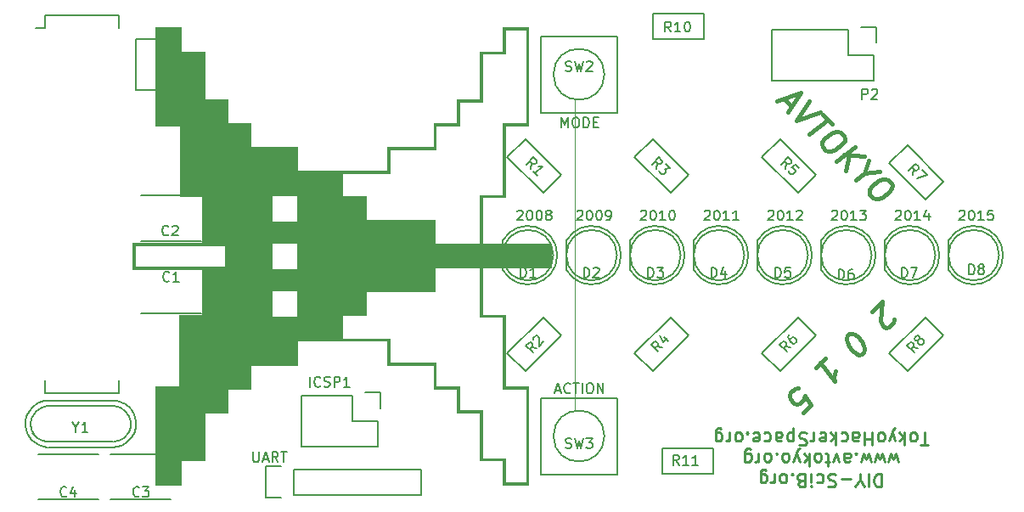
<source format=gbr>
G04 #@! TF.FileFunction,Legend,Top*
%FSLAX46Y46*%
G04 Gerber Fmt 4.6, Leading zero omitted, Abs format (unit mm)*
G04 Created by KiCad (PCBNEW (2015-08-30 BZR 6134, Git 4e94d52)-product) date 10/20/2015 9:06:24 PM*
%MOMM*%
G01*
G04 APERTURE LIST*
%ADD10C,0.100000*%
%ADD11C,0.400000*%
%ADD12C,0.250000*%
%ADD13C,0.010000*%
%ADD14C,0.150000*%
G04 APERTURE END LIST*
D10*
D11*
X138090463Y-81280993D02*
X138080782Y-81445563D01*
X137993656Y-81687580D01*
X137606431Y-82074805D01*
X137383777Y-82142568D01*
X137238567Y-82132888D01*
X137025594Y-82036082D01*
X136890065Y-81861831D01*
X136764217Y-81523008D01*
X136880384Y-79548160D01*
X135873599Y-80554946D01*
X135050746Y-84630490D02*
X134895855Y-84785381D01*
X134673201Y-84853145D01*
X134527991Y-84843464D01*
X134315018Y-84746658D01*
X133966515Y-84475600D01*
X133627693Y-84039971D01*
X133434081Y-83614024D01*
X133375997Y-83362327D01*
X133385677Y-83197758D01*
X133472803Y-82955742D01*
X133627693Y-82800851D01*
X133850348Y-82733087D01*
X133995557Y-82742767D01*
X134208531Y-82839573D01*
X134557034Y-83110631D01*
X134895855Y-83546259D01*
X135089468Y-83972208D01*
X135147551Y-84223904D01*
X135137871Y-84388475D01*
X135050746Y-84630490D01*
X130297557Y-86130988D02*
X131226897Y-85201647D01*
X130762227Y-85666318D02*
X132185280Y-87495956D01*
X132136877Y-87079688D01*
X132156238Y-86750548D01*
X132243363Y-86508532D01*
X129010034Y-90671202D02*
X129784484Y-89896752D01*
X129184285Y-88948050D01*
X129174605Y-89112621D01*
X129087478Y-89354637D01*
X128700253Y-89741862D01*
X128477600Y-89809626D01*
X128332390Y-89799946D01*
X128119416Y-89703139D01*
X127780594Y-89267511D01*
X127722510Y-89015814D01*
X127732191Y-88851244D01*
X127819316Y-88609229D01*
X128206541Y-88222004D01*
X128429196Y-88154239D01*
X128574406Y-88163918D01*
X127077300Y-59319415D02*
X127851750Y-60093865D01*
X126399657Y-59571112D02*
X128771411Y-58690175D01*
X127483887Y-60655342D01*
X129623307Y-59542071D02*
X128335783Y-61507238D01*
X130707537Y-60626301D01*
X131017317Y-60936082D02*
X131946657Y-61865421D01*
X129652348Y-62823804D02*
X131481987Y-61400751D01*
X132798553Y-62717317D02*
X133108333Y-63027097D01*
X133176097Y-63249751D01*
X133156736Y-63540171D01*
X132885678Y-63888673D01*
X132275799Y-64363024D01*
X131849851Y-64556637D01*
X131520710Y-64537275D01*
X131278695Y-64450150D01*
X130968914Y-64140369D01*
X130901150Y-63917715D01*
X130920510Y-63627296D01*
X131191568Y-63278794D01*
X131801447Y-62804442D01*
X132227395Y-62610830D01*
X132556537Y-62630191D01*
X132798553Y-62717317D01*
X132362925Y-65534380D02*
X134192564Y-64111328D01*
X133292265Y-66463721D02*
X133640767Y-64953541D01*
X135121904Y-65040668D02*
X133147055Y-64924500D01*
X135170306Y-66792861D02*
X134299050Y-67470506D01*
X135586574Y-65505338D02*
X135170306Y-66792861D01*
X136670804Y-66589569D01*
X137522700Y-67441464D02*
X137832481Y-67751245D01*
X137900244Y-67973898D01*
X137880883Y-68264318D01*
X137609825Y-68612820D01*
X136999946Y-69087172D01*
X136573998Y-69280784D01*
X136244857Y-69261422D01*
X136002842Y-69174297D01*
X135693061Y-68864516D01*
X135625297Y-68641862D01*
X135644658Y-68351443D01*
X135915715Y-68002941D01*
X136525594Y-67528589D01*
X136951542Y-67334977D01*
X137280684Y-67354339D01*
X137522700Y-67441464D01*
D12*
X136845714Y-96731905D02*
X136845714Y-98031905D01*
X136536190Y-98031905D01*
X136350476Y-97970000D01*
X136226667Y-97846190D01*
X136164762Y-97722381D01*
X136102857Y-97474762D01*
X136102857Y-97289048D01*
X136164762Y-97041429D01*
X136226667Y-96917619D01*
X136350476Y-96793810D01*
X136536190Y-96731905D01*
X136845714Y-96731905D01*
X135545714Y-96731905D02*
X135545714Y-98031905D01*
X134679047Y-97350952D02*
X134679047Y-96731905D01*
X135112380Y-98031905D02*
X134679047Y-97350952D01*
X134245714Y-98031905D01*
X133812380Y-97227143D02*
X132821904Y-97227143D01*
X132264761Y-96793810D02*
X132079047Y-96731905D01*
X131769523Y-96731905D01*
X131645713Y-96793810D01*
X131583809Y-96855714D01*
X131521904Y-96979524D01*
X131521904Y-97103333D01*
X131583809Y-97227143D01*
X131645713Y-97289048D01*
X131769523Y-97350952D01*
X132017142Y-97412857D01*
X132140951Y-97474762D01*
X132202856Y-97536667D01*
X132264761Y-97660476D01*
X132264761Y-97784286D01*
X132202856Y-97908095D01*
X132140951Y-97970000D01*
X132017142Y-98031905D01*
X131707618Y-98031905D01*
X131521904Y-97970000D01*
X130407618Y-96793810D02*
X130531428Y-96731905D01*
X130779047Y-96731905D01*
X130902856Y-96793810D01*
X130964761Y-96855714D01*
X131026666Y-96979524D01*
X131026666Y-97350952D01*
X130964761Y-97474762D01*
X130902856Y-97536667D01*
X130779047Y-97598571D01*
X130531428Y-97598571D01*
X130407618Y-97536667D01*
X129850475Y-96731905D02*
X129850475Y-97598571D01*
X129850475Y-98031905D02*
X129912380Y-97970000D01*
X129850475Y-97908095D01*
X129788570Y-97970000D01*
X129850475Y-98031905D01*
X129850475Y-97908095D01*
X128798094Y-97412857D02*
X128612380Y-97350952D01*
X128550475Y-97289048D01*
X128488570Y-97165238D01*
X128488570Y-96979524D01*
X128550475Y-96855714D01*
X128612380Y-96793810D01*
X128736189Y-96731905D01*
X129231427Y-96731905D01*
X129231427Y-98031905D01*
X128798094Y-98031905D01*
X128674284Y-97970000D01*
X128612380Y-97908095D01*
X128550475Y-97784286D01*
X128550475Y-97660476D01*
X128612380Y-97536667D01*
X128674284Y-97474762D01*
X128798094Y-97412857D01*
X129231427Y-97412857D01*
X127931427Y-96855714D02*
X127869522Y-96793810D01*
X127931427Y-96731905D01*
X127993332Y-96793810D01*
X127931427Y-96855714D01*
X127931427Y-96731905D01*
X127126665Y-96731905D02*
X127250474Y-96793810D01*
X127312379Y-96855714D01*
X127374284Y-96979524D01*
X127374284Y-97350952D01*
X127312379Y-97474762D01*
X127250474Y-97536667D01*
X127126665Y-97598571D01*
X126940951Y-97598571D01*
X126817141Y-97536667D01*
X126755236Y-97474762D01*
X126693332Y-97350952D01*
X126693332Y-96979524D01*
X126755236Y-96855714D01*
X126817141Y-96793810D01*
X126940951Y-96731905D01*
X127126665Y-96731905D01*
X126136189Y-96731905D02*
X126136189Y-97598571D01*
X126136189Y-97350952D02*
X126074284Y-97474762D01*
X126012380Y-97536667D01*
X125888570Y-97598571D01*
X125764761Y-97598571D01*
X124774284Y-97598571D02*
X124774284Y-96546190D01*
X124836189Y-96422381D01*
X124898094Y-96360476D01*
X125021903Y-96298571D01*
X125207618Y-96298571D01*
X125331427Y-96360476D01*
X124774284Y-96793810D02*
X124898094Y-96731905D01*
X125145713Y-96731905D01*
X125269522Y-96793810D01*
X125331427Y-96855714D01*
X125393332Y-96979524D01*
X125393332Y-97350952D01*
X125331427Y-97474762D01*
X125269522Y-97536667D01*
X125145713Y-97598571D01*
X124898094Y-97598571D01*
X124774284Y-97536667D01*
X138517142Y-95528571D02*
X138269523Y-94661905D01*
X138021904Y-95280952D01*
X137774285Y-94661905D01*
X137526666Y-95528571D01*
X137155237Y-95528571D02*
X136907618Y-94661905D01*
X136659999Y-95280952D01*
X136412380Y-94661905D01*
X136164761Y-95528571D01*
X135793332Y-95528571D02*
X135545713Y-94661905D01*
X135298094Y-95280952D01*
X135050475Y-94661905D01*
X134802856Y-95528571D01*
X134307617Y-94785714D02*
X134245712Y-94723810D01*
X134307617Y-94661905D01*
X134369522Y-94723810D01*
X134307617Y-94785714D01*
X134307617Y-94661905D01*
X133131426Y-94661905D02*
X133131426Y-95342857D01*
X133193331Y-95466667D01*
X133317141Y-95528571D01*
X133564760Y-95528571D01*
X133688569Y-95466667D01*
X133131426Y-94723810D02*
X133255236Y-94661905D01*
X133564760Y-94661905D01*
X133688569Y-94723810D01*
X133750474Y-94847619D01*
X133750474Y-94971429D01*
X133688569Y-95095238D01*
X133564760Y-95157143D01*
X133255236Y-95157143D01*
X133131426Y-95219048D01*
X132636189Y-95528571D02*
X132326665Y-94661905D01*
X132017141Y-95528571D01*
X131707617Y-95528571D02*
X131212379Y-95528571D01*
X131521903Y-95961905D02*
X131521903Y-94847619D01*
X131459998Y-94723810D01*
X131336189Y-94661905D01*
X131212379Y-94661905D01*
X130593332Y-94661905D02*
X130717141Y-94723810D01*
X130779046Y-94785714D01*
X130840951Y-94909524D01*
X130840951Y-95280952D01*
X130779046Y-95404762D01*
X130717141Y-95466667D01*
X130593332Y-95528571D01*
X130407618Y-95528571D01*
X130283808Y-95466667D01*
X130221903Y-95404762D01*
X130159999Y-95280952D01*
X130159999Y-94909524D01*
X130221903Y-94785714D01*
X130283808Y-94723810D01*
X130407618Y-94661905D01*
X130593332Y-94661905D01*
X129602856Y-94661905D02*
X129602856Y-95961905D01*
X129479047Y-95157143D02*
X129107618Y-94661905D01*
X129107618Y-95528571D02*
X129602856Y-95033333D01*
X128674285Y-95528571D02*
X128364761Y-94661905D01*
X128055237Y-95528571D02*
X128364761Y-94661905D01*
X128488570Y-94352381D01*
X128550475Y-94290476D01*
X128674285Y-94228571D01*
X127374285Y-94661905D02*
X127498094Y-94723810D01*
X127559999Y-94785714D01*
X127621904Y-94909524D01*
X127621904Y-95280952D01*
X127559999Y-95404762D01*
X127498094Y-95466667D01*
X127374285Y-95528571D01*
X127188571Y-95528571D01*
X127064761Y-95466667D01*
X127002856Y-95404762D01*
X126940952Y-95280952D01*
X126940952Y-94909524D01*
X127002856Y-94785714D01*
X127064761Y-94723810D01*
X127188571Y-94661905D01*
X127374285Y-94661905D01*
X126383809Y-94785714D02*
X126321904Y-94723810D01*
X126383809Y-94661905D01*
X126445714Y-94723810D01*
X126383809Y-94785714D01*
X126383809Y-94661905D01*
X125579047Y-94661905D02*
X125702856Y-94723810D01*
X125764761Y-94785714D01*
X125826666Y-94909524D01*
X125826666Y-95280952D01*
X125764761Y-95404762D01*
X125702856Y-95466667D01*
X125579047Y-95528571D01*
X125393333Y-95528571D01*
X125269523Y-95466667D01*
X125207618Y-95404762D01*
X125145714Y-95280952D01*
X125145714Y-94909524D01*
X125207618Y-94785714D01*
X125269523Y-94723810D01*
X125393333Y-94661905D01*
X125579047Y-94661905D01*
X124588571Y-94661905D02*
X124588571Y-95528571D01*
X124588571Y-95280952D02*
X124526666Y-95404762D01*
X124464762Y-95466667D01*
X124340952Y-95528571D01*
X124217143Y-95528571D01*
X123226666Y-95528571D02*
X123226666Y-94476190D01*
X123288571Y-94352381D01*
X123350476Y-94290476D01*
X123474285Y-94228571D01*
X123660000Y-94228571D01*
X123783809Y-94290476D01*
X123226666Y-94723810D02*
X123350476Y-94661905D01*
X123598095Y-94661905D01*
X123721904Y-94723810D01*
X123783809Y-94785714D01*
X123845714Y-94909524D01*
X123845714Y-95280952D01*
X123783809Y-95404762D01*
X123721904Y-95466667D01*
X123598095Y-95528571D01*
X123350476Y-95528571D01*
X123226666Y-95466667D01*
X141488570Y-93891905D02*
X140745713Y-93891905D01*
X141117142Y-92591905D02*
X141117142Y-93891905D01*
X140126666Y-92591905D02*
X140250475Y-92653810D01*
X140312380Y-92715714D01*
X140374285Y-92839524D01*
X140374285Y-93210952D01*
X140312380Y-93334762D01*
X140250475Y-93396667D01*
X140126666Y-93458571D01*
X139940952Y-93458571D01*
X139817142Y-93396667D01*
X139755237Y-93334762D01*
X139693333Y-93210952D01*
X139693333Y-92839524D01*
X139755237Y-92715714D01*
X139817142Y-92653810D01*
X139940952Y-92591905D01*
X140126666Y-92591905D01*
X139136190Y-92591905D02*
X139136190Y-93891905D01*
X139012381Y-93087143D02*
X138640952Y-92591905D01*
X138640952Y-93458571D02*
X139136190Y-92963333D01*
X138207619Y-93458571D02*
X137898095Y-92591905D01*
X137588571Y-93458571D02*
X137898095Y-92591905D01*
X138021904Y-92282381D01*
X138083809Y-92220476D01*
X138207619Y-92158571D01*
X136907619Y-92591905D02*
X137031428Y-92653810D01*
X137093333Y-92715714D01*
X137155238Y-92839524D01*
X137155238Y-93210952D01*
X137093333Y-93334762D01*
X137031428Y-93396667D01*
X136907619Y-93458571D01*
X136721905Y-93458571D01*
X136598095Y-93396667D01*
X136536190Y-93334762D01*
X136474286Y-93210952D01*
X136474286Y-92839524D01*
X136536190Y-92715714D01*
X136598095Y-92653810D01*
X136721905Y-92591905D01*
X136907619Y-92591905D01*
X135917143Y-92591905D02*
X135917143Y-93891905D01*
X135917143Y-93272857D02*
X135174286Y-93272857D01*
X135174286Y-92591905D02*
X135174286Y-93891905D01*
X133998095Y-92591905D02*
X133998095Y-93272857D01*
X134060000Y-93396667D01*
X134183810Y-93458571D01*
X134431429Y-93458571D01*
X134555238Y-93396667D01*
X133998095Y-92653810D02*
X134121905Y-92591905D01*
X134431429Y-92591905D01*
X134555238Y-92653810D01*
X134617143Y-92777619D01*
X134617143Y-92901429D01*
X134555238Y-93025238D01*
X134431429Y-93087143D01*
X134121905Y-93087143D01*
X133998095Y-93149048D01*
X132821905Y-92653810D02*
X132945715Y-92591905D01*
X133193334Y-92591905D01*
X133317143Y-92653810D01*
X133379048Y-92715714D01*
X133440953Y-92839524D01*
X133440953Y-93210952D01*
X133379048Y-93334762D01*
X133317143Y-93396667D01*
X133193334Y-93458571D01*
X132945715Y-93458571D01*
X132821905Y-93396667D01*
X132264762Y-92591905D02*
X132264762Y-93891905D01*
X132140953Y-93087143D02*
X131769524Y-92591905D01*
X131769524Y-93458571D02*
X132264762Y-92963333D01*
X130717143Y-92653810D02*
X130840953Y-92591905D01*
X131088572Y-92591905D01*
X131212381Y-92653810D01*
X131274286Y-92777619D01*
X131274286Y-93272857D01*
X131212381Y-93396667D01*
X131088572Y-93458571D01*
X130840953Y-93458571D01*
X130717143Y-93396667D01*
X130655238Y-93272857D01*
X130655238Y-93149048D01*
X131274286Y-93025238D01*
X130098095Y-92591905D02*
X130098095Y-93458571D01*
X130098095Y-93210952D02*
X130036190Y-93334762D01*
X129974286Y-93396667D01*
X129850476Y-93458571D01*
X129726667Y-93458571D01*
X129355238Y-92653810D02*
X129169524Y-92591905D01*
X128860000Y-92591905D01*
X128736190Y-92653810D01*
X128674286Y-92715714D01*
X128612381Y-92839524D01*
X128612381Y-92963333D01*
X128674286Y-93087143D01*
X128736190Y-93149048D01*
X128860000Y-93210952D01*
X129107619Y-93272857D01*
X129231428Y-93334762D01*
X129293333Y-93396667D01*
X129355238Y-93520476D01*
X129355238Y-93644286D01*
X129293333Y-93768095D01*
X129231428Y-93830000D01*
X129107619Y-93891905D01*
X128798095Y-93891905D01*
X128612381Y-93830000D01*
X128055238Y-93458571D02*
X128055238Y-92158571D01*
X128055238Y-93396667D02*
X127931429Y-93458571D01*
X127683810Y-93458571D01*
X127560000Y-93396667D01*
X127498095Y-93334762D01*
X127436191Y-93210952D01*
X127436191Y-92839524D01*
X127498095Y-92715714D01*
X127560000Y-92653810D01*
X127683810Y-92591905D01*
X127931429Y-92591905D01*
X128055238Y-92653810D01*
X126321905Y-92591905D02*
X126321905Y-93272857D01*
X126383810Y-93396667D01*
X126507620Y-93458571D01*
X126755239Y-93458571D01*
X126879048Y-93396667D01*
X126321905Y-92653810D02*
X126445715Y-92591905D01*
X126755239Y-92591905D01*
X126879048Y-92653810D01*
X126940953Y-92777619D01*
X126940953Y-92901429D01*
X126879048Y-93025238D01*
X126755239Y-93087143D01*
X126445715Y-93087143D01*
X126321905Y-93149048D01*
X125145715Y-92653810D02*
X125269525Y-92591905D01*
X125517144Y-92591905D01*
X125640953Y-92653810D01*
X125702858Y-92715714D01*
X125764763Y-92839524D01*
X125764763Y-93210952D01*
X125702858Y-93334762D01*
X125640953Y-93396667D01*
X125517144Y-93458571D01*
X125269525Y-93458571D01*
X125145715Y-93396667D01*
X124093334Y-92653810D02*
X124217144Y-92591905D01*
X124464763Y-92591905D01*
X124588572Y-92653810D01*
X124650477Y-92777619D01*
X124650477Y-93272857D01*
X124588572Y-93396667D01*
X124464763Y-93458571D01*
X124217144Y-93458571D01*
X124093334Y-93396667D01*
X124031429Y-93272857D01*
X124031429Y-93149048D01*
X124650477Y-93025238D01*
X123474286Y-92715714D02*
X123412381Y-92653810D01*
X123474286Y-92591905D01*
X123536191Y-92653810D01*
X123474286Y-92715714D01*
X123474286Y-92591905D01*
X122669524Y-92591905D02*
X122793333Y-92653810D01*
X122855238Y-92715714D01*
X122917143Y-92839524D01*
X122917143Y-93210952D01*
X122855238Y-93334762D01*
X122793333Y-93396667D01*
X122669524Y-93458571D01*
X122483810Y-93458571D01*
X122360000Y-93396667D01*
X122298095Y-93334762D01*
X122236191Y-93210952D01*
X122236191Y-92839524D01*
X122298095Y-92715714D01*
X122360000Y-92653810D01*
X122483810Y-92591905D01*
X122669524Y-92591905D01*
X121679048Y-92591905D02*
X121679048Y-93458571D01*
X121679048Y-93210952D02*
X121617143Y-93334762D01*
X121555239Y-93396667D01*
X121431429Y-93458571D01*
X121307620Y-93458571D01*
X120317143Y-93458571D02*
X120317143Y-92406190D01*
X120379048Y-92282381D01*
X120440953Y-92220476D01*
X120564762Y-92158571D01*
X120750477Y-92158571D01*
X120874286Y-92220476D01*
X120317143Y-92653810D02*
X120440953Y-92591905D01*
X120688572Y-92591905D01*
X120812381Y-92653810D01*
X120874286Y-92715714D01*
X120936191Y-92839524D01*
X120936191Y-93210952D01*
X120874286Y-93334762D01*
X120812381Y-93396667D01*
X120688572Y-93458571D01*
X120440953Y-93458571D01*
X120317143Y-93396667D01*
D13*
G36*
X97039546Y-76161515D02*
X97039546Y-80856667D01*
X99348637Y-80856667D01*
X99348637Y-88014849D01*
X101657728Y-88014849D01*
X101657728Y-97790000D01*
X99117728Y-97790000D01*
X99117728Y-95403939D01*
X96808637Y-95403939D01*
X96808637Y-90631818D01*
X94499546Y-90631818D01*
X94499546Y-88245758D01*
X92190455Y-88245758D01*
X92190455Y-85859697D01*
X87572273Y-85859697D01*
X87572273Y-83473636D01*
X78566819Y-83473636D01*
X78566819Y-85859697D01*
X73948637Y-85859697D01*
X73948637Y-88245758D01*
X71639546Y-88245758D01*
X71639546Y-90631818D01*
X69330455Y-90631818D01*
X69330455Y-95403939D01*
X67021364Y-95403939D01*
X67021364Y-97790000D01*
X64481364Y-97790000D01*
X64481364Y-88014849D01*
X66790455Y-88014849D01*
X66790455Y-80856667D01*
X69099546Y-80856667D01*
X69099546Y-76315455D01*
X62172273Y-76315455D01*
X62172273Y-73698485D01*
X69099546Y-73698485D01*
X69099546Y-69003333D01*
X66944394Y-69003333D01*
X66944394Y-61999091D01*
X64481364Y-61999091D01*
X64481364Y-52223939D01*
X67021364Y-52223939D01*
X67021364Y-54610000D01*
X69330455Y-54610000D01*
X69330455Y-59382121D01*
X71408637Y-59382121D01*
X71408637Y-73929394D01*
X62403182Y-73929394D01*
X62403182Y-76084545D01*
X71408637Y-76084545D01*
X71408637Y-73929394D01*
X71408637Y-59382121D01*
X71639546Y-59382121D01*
X71639546Y-61768182D01*
X73948637Y-61768182D01*
X73948637Y-64154242D01*
X78566819Y-64154242D01*
X78566819Y-66540303D01*
X78566819Y-68926364D01*
X76026819Y-68926364D01*
X76026819Y-71543333D01*
X78566819Y-71543333D01*
X78566819Y-73698485D01*
X76026819Y-73698485D01*
X76026819Y-76315455D01*
X78566819Y-76315455D01*
X78566819Y-78470606D01*
X76026819Y-78470606D01*
X76026819Y-81087576D01*
X78566819Y-81087576D01*
X78566819Y-78470606D01*
X78566819Y-76315455D01*
X78566819Y-73698485D01*
X78566819Y-71543333D01*
X78566819Y-68926364D01*
X78566819Y-66540303D01*
X87572273Y-66540303D01*
X87572273Y-64154242D01*
X92190455Y-64154242D01*
X92190455Y-61768182D01*
X94499546Y-61768182D01*
X94499546Y-59382121D01*
X96808637Y-59382121D01*
X96808637Y-54610000D01*
X99117728Y-54610000D01*
X99117728Y-52223939D01*
X101426819Y-52223939D01*
X101426819Y-52454849D01*
X99348637Y-52454849D01*
X99348637Y-54840909D01*
X97039546Y-54840909D01*
X97039546Y-59613030D01*
X94730455Y-59613030D01*
X94730455Y-61999091D01*
X92421364Y-61999091D01*
X92421364Y-64385152D01*
X87803182Y-64385152D01*
X87803182Y-66771212D01*
X83108031Y-66771212D01*
X83108031Y-69003333D01*
X85417122Y-69003333D01*
X85417122Y-71389394D01*
X92344394Y-71389394D01*
X92344394Y-73775455D01*
X96808637Y-73775455D01*
X96808637Y-76161515D01*
X92344394Y-76161515D01*
X92344394Y-78547576D01*
X85417122Y-78547576D01*
X85417122Y-80933636D01*
X83108031Y-80933636D01*
X83108031Y-83242727D01*
X87803182Y-83242727D01*
X87803182Y-85628788D01*
X92421364Y-85628788D01*
X92421364Y-88014849D01*
X94730455Y-88014849D01*
X94730455Y-90400909D01*
X97039546Y-90400909D01*
X97039546Y-95173030D01*
X99348637Y-95173030D01*
X99348637Y-97559091D01*
X101426819Y-97559091D01*
X101426819Y-88245758D01*
X99117728Y-88245758D01*
X99117728Y-81087576D01*
X96808637Y-81087576D01*
X96808637Y-76161515D01*
X96808637Y-73775455D01*
X96808637Y-68926364D01*
X99117728Y-68926364D01*
X99117728Y-61768182D01*
X101426819Y-61768182D01*
X101426819Y-52454849D01*
X101426819Y-52223939D01*
X101657728Y-52223939D01*
X101657728Y-61999091D01*
X99348637Y-61999091D01*
X99348637Y-69157273D01*
X97039546Y-69157273D01*
X97039546Y-73775455D01*
X103889849Y-73775455D01*
X103889849Y-76161515D01*
X97039546Y-76161515D01*
X97039546Y-76161515D01*
G37*
X97039546Y-76161515D02*
X97039546Y-80856667D01*
X99348637Y-80856667D01*
X99348637Y-88014849D01*
X101657728Y-88014849D01*
X101657728Y-97790000D01*
X99117728Y-97790000D01*
X99117728Y-95403939D01*
X96808637Y-95403939D01*
X96808637Y-90631818D01*
X94499546Y-90631818D01*
X94499546Y-88245758D01*
X92190455Y-88245758D01*
X92190455Y-85859697D01*
X87572273Y-85859697D01*
X87572273Y-83473636D01*
X78566819Y-83473636D01*
X78566819Y-85859697D01*
X73948637Y-85859697D01*
X73948637Y-88245758D01*
X71639546Y-88245758D01*
X71639546Y-90631818D01*
X69330455Y-90631818D01*
X69330455Y-95403939D01*
X67021364Y-95403939D01*
X67021364Y-97790000D01*
X64481364Y-97790000D01*
X64481364Y-88014849D01*
X66790455Y-88014849D01*
X66790455Y-80856667D01*
X69099546Y-80856667D01*
X69099546Y-76315455D01*
X62172273Y-76315455D01*
X62172273Y-73698485D01*
X69099546Y-73698485D01*
X69099546Y-69003333D01*
X66944394Y-69003333D01*
X66944394Y-61999091D01*
X64481364Y-61999091D01*
X64481364Y-52223939D01*
X67021364Y-52223939D01*
X67021364Y-54610000D01*
X69330455Y-54610000D01*
X69330455Y-59382121D01*
X71408637Y-59382121D01*
X71408637Y-73929394D01*
X62403182Y-73929394D01*
X62403182Y-76084545D01*
X71408637Y-76084545D01*
X71408637Y-73929394D01*
X71408637Y-59382121D01*
X71639546Y-59382121D01*
X71639546Y-61768182D01*
X73948637Y-61768182D01*
X73948637Y-64154242D01*
X78566819Y-64154242D01*
X78566819Y-66540303D01*
X78566819Y-68926364D01*
X76026819Y-68926364D01*
X76026819Y-71543333D01*
X78566819Y-71543333D01*
X78566819Y-73698485D01*
X76026819Y-73698485D01*
X76026819Y-76315455D01*
X78566819Y-76315455D01*
X78566819Y-78470606D01*
X76026819Y-78470606D01*
X76026819Y-81087576D01*
X78566819Y-81087576D01*
X78566819Y-78470606D01*
X78566819Y-76315455D01*
X78566819Y-73698485D01*
X78566819Y-71543333D01*
X78566819Y-68926364D01*
X78566819Y-66540303D01*
X87572273Y-66540303D01*
X87572273Y-64154242D01*
X92190455Y-64154242D01*
X92190455Y-61768182D01*
X94499546Y-61768182D01*
X94499546Y-59382121D01*
X96808637Y-59382121D01*
X96808637Y-54610000D01*
X99117728Y-54610000D01*
X99117728Y-52223939D01*
X101426819Y-52223939D01*
X101426819Y-52454849D01*
X99348637Y-52454849D01*
X99348637Y-54840909D01*
X97039546Y-54840909D01*
X97039546Y-59613030D01*
X94730455Y-59613030D01*
X94730455Y-61999091D01*
X92421364Y-61999091D01*
X92421364Y-64385152D01*
X87803182Y-64385152D01*
X87803182Y-66771212D01*
X83108031Y-66771212D01*
X83108031Y-69003333D01*
X85417122Y-69003333D01*
X85417122Y-71389394D01*
X92344394Y-71389394D01*
X92344394Y-73775455D01*
X96808637Y-73775455D01*
X96808637Y-76161515D01*
X92344394Y-76161515D01*
X92344394Y-78547576D01*
X85417122Y-78547576D01*
X85417122Y-80933636D01*
X83108031Y-80933636D01*
X83108031Y-83242727D01*
X87803182Y-83242727D01*
X87803182Y-85628788D01*
X92421364Y-85628788D01*
X92421364Y-88014849D01*
X94730455Y-88014849D01*
X94730455Y-90400909D01*
X97039546Y-90400909D01*
X97039546Y-95173030D01*
X99348637Y-95173030D01*
X99348637Y-97559091D01*
X101426819Y-97559091D01*
X101426819Y-88245758D01*
X99117728Y-88245758D01*
X99117728Y-81087576D01*
X96808637Y-81087576D01*
X96808637Y-76161515D01*
X96808637Y-73775455D01*
X96808637Y-68926364D01*
X99117728Y-68926364D01*
X99117728Y-61768182D01*
X101426819Y-61768182D01*
X101426819Y-52454849D01*
X101426819Y-52223939D01*
X101657728Y-52223939D01*
X101657728Y-61999091D01*
X99348637Y-61999091D01*
X99348637Y-69157273D01*
X97039546Y-69157273D01*
X97039546Y-73775455D01*
X103889849Y-73775455D01*
X103889849Y-76161515D01*
X97039546Y-76161515D01*
G36*
X106264387Y-77968559D02*
X106263639Y-80006388D01*
X106262511Y-81986190D01*
X106261003Y-83884413D01*
X106259114Y-85677507D01*
X106256845Y-87341919D01*
X106256665Y-87456818D01*
X106255207Y-88315668D01*
X106253776Y-89023017D01*
X106252377Y-89581304D01*
X106251014Y-89992966D01*
X106249690Y-90260442D01*
X106248410Y-90386170D01*
X106247177Y-90372589D01*
X106245996Y-90222138D01*
X106244869Y-89937253D01*
X106243800Y-89520375D01*
X106242795Y-88973941D01*
X106241856Y-88300389D01*
X106240987Y-87502158D01*
X106240192Y-86581686D01*
X106239475Y-85541412D01*
X106238839Y-84383773D01*
X106238290Y-83111209D01*
X106237830Y-81726158D01*
X106237463Y-80231057D01*
X106237193Y-78628346D01*
X106237024Y-76920463D01*
X106236960Y-75109845D01*
X106236959Y-74930000D01*
X106237013Y-73109610D01*
X106237172Y-71391719D01*
X106237432Y-69778765D01*
X106237790Y-68273187D01*
X106238241Y-66877423D01*
X106238783Y-65593911D01*
X106239410Y-64425090D01*
X106240119Y-63373398D01*
X106240907Y-62441273D01*
X106241769Y-61631154D01*
X106242701Y-60945480D01*
X106243701Y-60386688D01*
X106244763Y-59957216D01*
X106245884Y-59659504D01*
X106247061Y-59495990D01*
X106248289Y-59469111D01*
X106249565Y-59581307D01*
X106250885Y-59835015D01*
X106252244Y-60232674D01*
X106253640Y-60776723D01*
X106255068Y-61469599D01*
X106256524Y-62313741D01*
X106256665Y-62403182D01*
X106258963Y-64057361D01*
X106260879Y-65841927D01*
X106262415Y-67733329D01*
X106263570Y-69708014D01*
X106264345Y-71742432D01*
X106264740Y-73813030D01*
X106264753Y-75896256D01*
X106264387Y-77968559D01*
X106264387Y-77968559D01*
G37*
X106264387Y-77968559D02*
X106263639Y-80006388D01*
X106262511Y-81986190D01*
X106261003Y-83884413D01*
X106259114Y-85677507D01*
X106256845Y-87341919D01*
X106256665Y-87456818D01*
X106255207Y-88315668D01*
X106253776Y-89023017D01*
X106252377Y-89581304D01*
X106251014Y-89992966D01*
X106249690Y-90260442D01*
X106248410Y-90386170D01*
X106247177Y-90372589D01*
X106245996Y-90222138D01*
X106244869Y-89937253D01*
X106243800Y-89520375D01*
X106242795Y-88973941D01*
X106241856Y-88300389D01*
X106240987Y-87502158D01*
X106240192Y-86581686D01*
X106239475Y-85541412D01*
X106238839Y-84383773D01*
X106238290Y-83111209D01*
X106237830Y-81726158D01*
X106237463Y-80231057D01*
X106237193Y-78628346D01*
X106237024Y-76920463D01*
X106236960Y-75109845D01*
X106236959Y-74930000D01*
X106237013Y-73109610D01*
X106237172Y-71391719D01*
X106237432Y-69778765D01*
X106237790Y-68273187D01*
X106238241Y-66877423D01*
X106238783Y-65593911D01*
X106239410Y-64425090D01*
X106240119Y-63373398D01*
X106240907Y-62441273D01*
X106241769Y-61631154D01*
X106242701Y-60945480D01*
X106243701Y-60386688D01*
X106244763Y-59957216D01*
X106245884Y-59659504D01*
X106247061Y-59495990D01*
X106248289Y-59469111D01*
X106249565Y-59581307D01*
X106250885Y-59835015D01*
X106252244Y-60232674D01*
X106253640Y-60776723D01*
X106255068Y-61469599D01*
X106256524Y-62313741D01*
X106256665Y-62403182D01*
X106258963Y-64057361D01*
X106260879Y-65841927D01*
X106262415Y-67733329D01*
X106263570Y-69708014D01*
X106264345Y-71742432D01*
X106264740Y-73813030D01*
X106264753Y-75896256D01*
X106264387Y-77968559D01*
D14*
X53475000Y-51045000D02*
X53475000Y-52315000D01*
X60825000Y-51045000D02*
X60825000Y-52315000D01*
X60825000Y-88655000D02*
X60825000Y-87385000D01*
X53475000Y-88655000D02*
X53475000Y-87385000D01*
X53475000Y-51045000D02*
X60825000Y-51045000D01*
X53475000Y-88655000D02*
X60825000Y-88655000D01*
X53475000Y-52315000D02*
X52540000Y-52315000D01*
X99115112Y-76454904D02*
G75*
G03X99100000Y-73430000I2484888J1524904D01*
G01*
X99100000Y-76430000D02*
X99100000Y-73430000D01*
X104117936Y-74930000D02*
G75*
G03X104117936Y-74930000I-2517936J0D01*
G01*
X105465112Y-76454904D02*
G75*
G03X105450000Y-73430000I2484888J1524904D01*
G01*
X105450000Y-76430000D02*
X105450000Y-73430000D01*
X110467936Y-74930000D02*
G75*
G03X110467936Y-74930000I-2517936J0D01*
G01*
X111815112Y-76454904D02*
G75*
G03X111800000Y-73430000I2484888J1524904D01*
G01*
X111800000Y-76430000D02*
X111800000Y-73430000D01*
X116817936Y-74930000D02*
G75*
G03X116817936Y-74930000I-2517936J0D01*
G01*
X118165112Y-76454904D02*
G75*
G03X118150000Y-73430000I2484888J1524904D01*
G01*
X118150000Y-76430000D02*
X118150000Y-73430000D01*
X123167936Y-74930000D02*
G75*
G03X123167936Y-74930000I-2517936J0D01*
G01*
X124515112Y-76454904D02*
G75*
G03X124500000Y-73430000I2484888J1524904D01*
G01*
X124500000Y-76430000D02*
X124500000Y-73430000D01*
X129517936Y-74930000D02*
G75*
G03X129517936Y-74930000I-2517936J0D01*
G01*
X130865112Y-76454904D02*
G75*
G03X130850000Y-73430000I2484888J1524904D01*
G01*
X130850000Y-76430000D02*
X130850000Y-73430000D01*
X135867936Y-74930000D02*
G75*
G03X135867936Y-74930000I-2517936J0D01*
G01*
X137215112Y-76454904D02*
G75*
G03X137200000Y-73430000I2484888J1524904D01*
G01*
X137200000Y-76430000D02*
X137200000Y-73430000D01*
X142217936Y-74930000D02*
G75*
G03X142217936Y-74930000I-2517936J0D01*
G01*
X143565112Y-76454904D02*
G75*
G03X143550000Y-73430000I2484888J1524904D01*
G01*
X143550000Y-76430000D02*
X143550000Y-73430000D01*
X148567936Y-74930000D02*
G75*
G03X148567936Y-74930000I-2517936J0D01*
G01*
X84074000Y-88900000D02*
X78994000Y-88900000D01*
X86894000Y-88620000D02*
X86894000Y-90170000D01*
X86614000Y-91440000D02*
X84074000Y-91440000D01*
X84074000Y-91440000D02*
X84074000Y-88900000D01*
X78994000Y-88900000D02*
X78994000Y-93980000D01*
X78994000Y-93980000D02*
X84074000Y-93980000D01*
X86894000Y-88620000D02*
X85344000Y-88620000D01*
X86614000Y-93980000D02*
X86614000Y-91440000D01*
X84074000Y-93980000D02*
X86614000Y-93980000D01*
X78232000Y-96266000D02*
X90932000Y-96266000D01*
X90932000Y-96266000D02*
X90932000Y-98806000D01*
X90932000Y-98806000D02*
X78232000Y-98806000D01*
X75412000Y-95986000D02*
X76962000Y-95986000D01*
X78232000Y-96266000D02*
X78232000Y-98806000D01*
X76962000Y-99086000D02*
X75412000Y-99086000D01*
X75412000Y-99086000D02*
X75412000Y-95986000D01*
X109220000Y-56896000D02*
G75*
G03X109220000Y-56896000I-2540000J0D01*
G01*
X102870000Y-53086000D02*
X110490000Y-53086000D01*
X110490000Y-53086000D02*
X110490000Y-60706000D01*
X110490000Y-60706000D02*
X102870000Y-60706000D01*
X102870000Y-53086000D02*
X102870000Y-60706000D01*
X109220000Y-92964000D02*
G75*
G03X109220000Y-92964000I-2540000J0D01*
G01*
X110490000Y-96774000D02*
X102870000Y-96774000D01*
X102870000Y-96774000D02*
X102870000Y-89154000D01*
X102870000Y-89154000D02*
X110490000Y-89154000D01*
X110490000Y-96774000D02*
X110490000Y-89154000D01*
X52301000Y-92750760D02*
X52100340Y-92349440D01*
X52100340Y-92349440D02*
X51998740Y-91750000D01*
X51998740Y-91750000D02*
X52100340Y-91249620D01*
X52100340Y-91249620D02*
X52499120Y-90551120D01*
X52499120Y-90551120D02*
X53101100Y-90149800D01*
X53101100Y-90149800D02*
X53700540Y-89949140D01*
X53700540Y-89949140D02*
X60299460Y-89949140D01*
X60299460Y-89949140D02*
X61000500Y-90149800D01*
X61000500Y-90149800D02*
X61399280Y-90449520D01*
X61399280Y-90449520D02*
X61800600Y-90949900D01*
X61800600Y-90949900D02*
X62001260Y-91549340D01*
X62001260Y-91549340D02*
X62001260Y-92049720D01*
X62001260Y-92049720D02*
X61800600Y-92550100D01*
X61800600Y-92550100D02*
X61300220Y-93149540D01*
X61300220Y-93149540D02*
X60799840Y-93449260D01*
X60799840Y-93449260D02*
X60299460Y-93550860D01*
X60200400Y-93550860D02*
X53598940Y-93550860D01*
X53598940Y-93550860D02*
X53200160Y-93449260D01*
X53200160Y-93449260D02*
X52699780Y-93149540D01*
X52699780Y-93149540D02*
X52199400Y-92649160D01*
X60190240Y-94079180D02*
X60649980Y-94030920D01*
X60649980Y-94030920D02*
X61048760Y-93919160D01*
X61048760Y-93919160D02*
X61480560Y-93700720D01*
X61480560Y-93700720D02*
X61770120Y-93469580D01*
X61770120Y-93469580D02*
X62100320Y-93119060D01*
X62100320Y-93119060D02*
X62389880Y-92580580D01*
X62389880Y-92580580D02*
X62519420Y-91981140D01*
X62519420Y-91981140D02*
X62519420Y-91470600D01*
X62519420Y-91470600D02*
X62349240Y-90769560D01*
X62349240Y-90769560D02*
X61950460Y-90180280D01*
X61950460Y-90180280D02*
X61490720Y-89809440D01*
X61490720Y-89809440D02*
X61069080Y-89601160D01*
X61069080Y-89601160D02*
X60619500Y-89441140D01*
X60619500Y-89441140D02*
X60180080Y-89410660D01*
X52839480Y-89629100D02*
X52461020Y-89850080D01*
X52461020Y-89850080D02*
X52140980Y-90129480D01*
X52140980Y-90129480D02*
X51889520Y-90459680D01*
X51889520Y-90459680D02*
X51589800Y-91010860D01*
X51589800Y-91010860D02*
X51480580Y-91480760D01*
X51480580Y-91480760D02*
X51460260Y-91940500D01*
X51460260Y-91940500D02*
X51549160Y-92400240D01*
X51549160Y-92400240D02*
X51739660Y-92849820D01*
X51739660Y-92849820D02*
X52100340Y-93319720D01*
X52100340Y-93319720D02*
X52450860Y-93639760D01*
X52450860Y-93639760D02*
X52839480Y-93870900D01*
X52839480Y-93870900D02*
X53268740Y-94010600D01*
X53268740Y-94010600D02*
X53710700Y-94079180D01*
X60200400Y-89420820D02*
X53748800Y-89420820D01*
X53748800Y-89420820D02*
X53329700Y-89458920D01*
X53329700Y-89458920D02*
X52839480Y-89629100D01*
X60200400Y-94079180D02*
X53748800Y-94079180D01*
X63000000Y-76250000D02*
X69000000Y-76250000D01*
X69000000Y-80750000D02*
X63000000Y-80750000D01*
X69000000Y-73500000D02*
X63000000Y-73500000D01*
X63000000Y-69000000D02*
X69000000Y-69000000D01*
X66000000Y-99250000D02*
X60000000Y-99250000D01*
X60000000Y-94750000D02*
X66000000Y-94750000D01*
X52750000Y-94750000D02*
X58750000Y-94750000D01*
X58750000Y-99250000D02*
X52750000Y-99250000D01*
X103133026Y-68734077D02*
X99540923Y-65141974D01*
X99540923Y-65141974D02*
X101336974Y-63345923D01*
X101336974Y-63345923D02*
X104929077Y-66938026D01*
X104929077Y-66938026D02*
X103133026Y-68734077D01*
X104929077Y-82921974D02*
X101336974Y-86514077D01*
X101336974Y-86514077D02*
X99540923Y-84718026D01*
X99540923Y-84718026D02*
X103133026Y-81125923D01*
X103133026Y-81125923D02*
X104929077Y-82921974D01*
X115833026Y-68734077D02*
X112240923Y-65141974D01*
X112240923Y-65141974D02*
X114036974Y-63345923D01*
X114036974Y-63345923D02*
X117629077Y-66938026D01*
X117629077Y-66938026D02*
X115833026Y-68734077D01*
X117629077Y-82921974D02*
X114036974Y-86514077D01*
X114036974Y-86514077D02*
X112240923Y-84718026D01*
X112240923Y-84718026D02*
X115833026Y-81125923D01*
X115833026Y-81125923D02*
X117629077Y-82921974D01*
X128533026Y-68734077D02*
X124940923Y-65141974D01*
X124940923Y-65141974D02*
X126736974Y-63345923D01*
X126736974Y-63345923D02*
X130329077Y-66938026D01*
X130329077Y-66938026D02*
X128533026Y-68734077D01*
X130329077Y-82921974D02*
X126736974Y-86514077D01*
X126736974Y-86514077D02*
X124940923Y-84718026D01*
X124940923Y-84718026D02*
X128533026Y-81125923D01*
X128533026Y-81125923D02*
X130329077Y-82921974D01*
X141233026Y-69369077D02*
X137640923Y-65776974D01*
X137640923Y-65776974D02*
X139436974Y-63980923D01*
X139436974Y-63980923D02*
X143029077Y-67573026D01*
X143029077Y-67573026D02*
X141233026Y-69369077D01*
X143029077Y-82921974D02*
X139436974Y-86514077D01*
X139436974Y-86514077D02*
X137640923Y-84718026D01*
X137640923Y-84718026D02*
X141233026Y-81125923D01*
X141233026Y-81125923D02*
X143029077Y-82921974D01*
X62484000Y-58420000D02*
X62484000Y-53340000D01*
X62484000Y-53340000D02*
X65024000Y-53340000D01*
X65024000Y-53340000D02*
X65024000Y-58420000D01*
X65024000Y-58420000D02*
X62484000Y-58420000D01*
X114046000Y-50800000D02*
X119126000Y-50800000D01*
X119126000Y-50800000D02*
X119126000Y-53340000D01*
X119126000Y-53340000D02*
X114046000Y-53340000D01*
X114046000Y-53340000D02*
X114046000Y-50800000D01*
X114960000Y-94230000D02*
X120040000Y-94230000D01*
X120040000Y-94230000D02*
X120040000Y-96770000D01*
X120040000Y-96770000D02*
X114960000Y-96770000D01*
X114960000Y-96770000D02*
X114960000Y-94230000D01*
X133550000Y-52490000D02*
X125930000Y-52490000D01*
X125930000Y-52490000D02*
X125930000Y-57570000D01*
X125930000Y-57570000D02*
X136090000Y-57570000D01*
X136090000Y-57570000D02*
X136090000Y-55030000D01*
X136370000Y-53760000D02*
X136370000Y-52210000D01*
X136090000Y-55030000D02*
X133550000Y-55030000D01*
X133550000Y-55030000D02*
X133550000Y-52490000D01*
X136370000Y-52210000D02*
X134820000Y-52210000D01*
X100861905Y-77152381D02*
X100861905Y-76152381D01*
X101100000Y-76152381D01*
X101242858Y-76200000D01*
X101338096Y-76295238D01*
X101385715Y-76390476D01*
X101433334Y-76580952D01*
X101433334Y-76723810D01*
X101385715Y-76914286D01*
X101338096Y-77009524D01*
X101242858Y-77104762D01*
X101100000Y-77152381D01*
X100861905Y-77152381D01*
X102385715Y-77152381D02*
X101814286Y-77152381D01*
X102100000Y-77152381D02*
X102100000Y-76152381D01*
X102004762Y-76295238D01*
X101909524Y-76390476D01*
X101814286Y-76438095D01*
X100520667Y-70540619D02*
X100568286Y-70493000D01*
X100663524Y-70445381D01*
X100901620Y-70445381D01*
X100996858Y-70493000D01*
X101044477Y-70540619D01*
X101092096Y-70635857D01*
X101092096Y-70731095D01*
X101044477Y-70873952D01*
X100473048Y-71445381D01*
X101092096Y-71445381D01*
X101711143Y-70445381D02*
X101806382Y-70445381D01*
X101901620Y-70493000D01*
X101949239Y-70540619D01*
X101996858Y-70635857D01*
X102044477Y-70826333D01*
X102044477Y-71064429D01*
X101996858Y-71254905D01*
X101949239Y-71350143D01*
X101901620Y-71397762D01*
X101806382Y-71445381D01*
X101711143Y-71445381D01*
X101615905Y-71397762D01*
X101568286Y-71350143D01*
X101520667Y-71254905D01*
X101473048Y-71064429D01*
X101473048Y-70826333D01*
X101520667Y-70635857D01*
X101568286Y-70540619D01*
X101615905Y-70493000D01*
X101711143Y-70445381D01*
X102663524Y-70445381D02*
X102758763Y-70445381D01*
X102854001Y-70493000D01*
X102901620Y-70540619D01*
X102949239Y-70635857D01*
X102996858Y-70826333D01*
X102996858Y-71064429D01*
X102949239Y-71254905D01*
X102901620Y-71350143D01*
X102854001Y-71397762D01*
X102758763Y-71445381D01*
X102663524Y-71445381D01*
X102568286Y-71397762D01*
X102520667Y-71350143D01*
X102473048Y-71254905D01*
X102425429Y-71064429D01*
X102425429Y-70826333D01*
X102473048Y-70635857D01*
X102520667Y-70540619D01*
X102568286Y-70493000D01*
X102663524Y-70445381D01*
X103568286Y-70873952D02*
X103473048Y-70826333D01*
X103425429Y-70778714D01*
X103377810Y-70683476D01*
X103377810Y-70635857D01*
X103425429Y-70540619D01*
X103473048Y-70493000D01*
X103568286Y-70445381D01*
X103758763Y-70445381D01*
X103854001Y-70493000D01*
X103901620Y-70540619D01*
X103949239Y-70635857D01*
X103949239Y-70683476D01*
X103901620Y-70778714D01*
X103854001Y-70826333D01*
X103758763Y-70873952D01*
X103568286Y-70873952D01*
X103473048Y-70921571D01*
X103425429Y-70969190D01*
X103377810Y-71064429D01*
X103377810Y-71254905D01*
X103425429Y-71350143D01*
X103473048Y-71397762D01*
X103568286Y-71445381D01*
X103758763Y-71445381D01*
X103854001Y-71397762D01*
X103901620Y-71350143D01*
X103949239Y-71254905D01*
X103949239Y-71064429D01*
X103901620Y-70969190D01*
X103854001Y-70921571D01*
X103758763Y-70873952D01*
X107161905Y-77152381D02*
X107161905Y-76152381D01*
X107400000Y-76152381D01*
X107542858Y-76200000D01*
X107638096Y-76295238D01*
X107685715Y-76390476D01*
X107733334Y-76580952D01*
X107733334Y-76723810D01*
X107685715Y-76914286D01*
X107638096Y-77009524D01*
X107542858Y-77104762D01*
X107400000Y-77152381D01*
X107161905Y-77152381D01*
X108114286Y-76247619D02*
X108161905Y-76200000D01*
X108257143Y-76152381D01*
X108495239Y-76152381D01*
X108590477Y-76200000D01*
X108638096Y-76247619D01*
X108685715Y-76342857D01*
X108685715Y-76438095D01*
X108638096Y-76580952D01*
X108066667Y-77152381D01*
X108685715Y-77152381D01*
X106489714Y-70540619D02*
X106537333Y-70493000D01*
X106632571Y-70445381D01*
X106870667Y-70445381D01*
X106965905Y-70493000D01*
X107013524Y-70540619D01*
X107061143Y-70635857D01*
X107061143Y-70731095D01*
X107013524Y-70873952D01*
X106442095Y-71445381D01*
X107061143Y-71445381D01*
X107680190Y-70445381D02*
X107775429Y-70445381D01*
X107870667Y-70493000D01*
X107918286Y-70540619D01*
X107965905Y-70635857D01*
X108013524Y-70826333D01*
X108013524Y-71064429D01*
X107965905Y-71254905D01*
X107918286Y-71350143D01*
X107870667Y-71397762D01*
X107775429Y-71445381D01*
X107680190Y-71445381D01*
X107584952Y-71397762D01*
X107537333Y-71350143D01*
X107489714Y-71254905D01*
X107442095Y-71064429D01*
X107442095Y-70826333D01*
X107489714Y-70635857D01*
X107537333Y-70540619D01*
X107584952Y-70493000D01*
X107680190Y-70445381D01*
X108632571Y-70445381D02*
X108727810Y-70445381D01*
X108823048Y-70493000D01*
X108870667Y-70540619D01*
X108918286Y-70635857D01*
X108965905Y-70826333D01*
X108965905Y-71064429D01*
X108918286Y-71254905D01*
X108870667Y-71350143D01*
X108823048Y-71397762D01*
X108727810Y-71445381D01*
X108632571Y-71445381D01*
X108537333Y-71397762D01*
X108489714Y-71350143D01*
X108442095Y-71254905D01*
X108394476Y-71064429D01*
X108394476Y-70826333D01*
X108442095Y-70635857D01*
X108489714Y-70540619D01*
X108537333Y-70493000D01*
X108632571Y-70445381D01*
X109442095Y-71445381D02*
X109632571Y-71445381D01*
X109727810Y-71397762D01*
X109775429Y-71350143D01*
X109870667Y-71207286D01*
X109918286Y-71016810D01*
X109918286Y-70635857D01*
X109870667Y-70540619D01*
X109823048Y-70493000D01*
X109727810Y-70445381D01*
X109537333Y-70445381D01*
X109442095Y-70493000D01*
X109394476Y-70540619D01*
X109346857Y-70635857D01*
X109346857Y-70873952D01*
X109394476Y-70969190D01*
X109442095Y-71016810D01*
X109537333Y-71064429D01*
X109727810Y-71064429D01*
X109823048Y-71016810D01*
X109870667Y-70969190D01*
X109918286Y-70873952D01*
X113561905Y-77152381D02*
X113561905Y-76152381D01*
X113800000Y-76152381D01*
X113942858Y-76200000D01*
X114038096Y-76295238D01*
X114085715Y-76390476D01*
X114133334Y-76580952D01*
X114133334Y-76723810D01*
X114085715Y-76914286D01*
X114038096Y-77009524D01*
X113942858Y-77104762D01*
X113800000Y-77152381D01*
X113561905Y-77152381D01*
X114466667Y-76152381D02*
X115085715Y-76152381D01*
X114752381Y-76533333D01*
X114895239Y-76533333D01*
X114990477Y-76580952D01*
X115038096Y-76628571D01*
X115085715Y-76723810D01*
X115085715Y-76961905D01*
X115038096Y-77057143D01*
X114990477Y-77104762D01*
X114895239Y-77152381D01*
X114609524Y-77152381D01*
X114514286Y-77104762D01*
X114466667Y-77057143D01*
X112839714Y-70540619D02*
X112887333Y-70493000D01*
X112982571Y-70445381D01*
X113220667Y-70445381D01*
X113315905Y-70493000D01*
X113363524Y-70540619D01*
X113411143Y-70635857D01*
X113411143Y-70731095D01*
X113363524Y-70873952D01*
X112792095Y-71445381D01*
X113411143Y-71445381D01*
X114030190Y-70445381D02*
X114125429Y-70445381D01*
X114220667Y-70493000D01*
X114268286Y-70540619D01*
X114315905Y-70635857D01*
X114363524Y-70826333D01*
X114363524Y-71064429D01*
X114315905Y-71254905D01*
X114268286Y-71350143D01*
X114220667Y-71397762D01*
X114125429Y-71445381D01*
X114030190Y-71445381D01*
X113934952Y-71397762D01*
X113887333Y-71350143D01*
X113839714Y-71254905D01*
X113792095Y-71064429D01*
X113792095Y-70826333D01*
X113839714Y-70635857D01*
X113887333Y-70540619D01*
X113934952Y-70493000D01*
X114030190Y-70445381D01*
X115315905Y-71445381D02*
X114744476Y-71445381D01*
X115030190Y-71445381D02*
X115030190Y-70445381D01*
X114934952Y-70588238D01*
X114839714Y-70683476D01*
X114744476Y-70731095D01*
X115934952Y-70445381D02*
X116030191Y-70445381D01*
X116125429Y-70493000D01*
X116173048Y-70540619D01*
X116220667Y-70635857D01*
X116268286Y-70826333D01*
X116268286Y-71064429D01*
X116220667Y-71254905D01*
X116173048Y-71350143D01*
X116125429Y-71397762D01*
X116030191Y-71445381D01*
X115934952Y-71445381D01*
X115839714Y-71397762D01*
X115792095Y-71350143D01*
X115744476Y-71254905D01*
X115696857Y-71064429D01*
X115696857Y-70826333D01*
X115744476Y-70635857D01*
X115792095Y-70540619D01*
X115839714Y-70493000D01*
X115934952Y-70445381D01*
X119861905Y-77152381D02*
X119861905Y-76152381D01*
X120100000Y-76152381D01*
X120242858Y-76200000D01*
X120338096Y-76295238D01*
X120385715Y-76390476D01*
X120433334Y-76580952D01*
X120433334Y-76723810D01*
X120385715Y-76914286D01*
X120338096Y-77009524D01*
X120242858Y-77104762D01*
X120100000Y-77152381D01*
X119861905Y-77152381D01*
X121290477Y-76485714D02*
X121290477Y-77152381D01*
X121052381Y-76104762D02*
X120814286Y-76819048D01*
X121433334Y-76819048D01*
X119189714Y-70540619D02*
X119237333Y-70493000D01*
X119332571Y-70445381D01*
X119570667Y-70445381D01*
X119665905Y-70493000D01*
X119713524Y-70540619D01*
X119761143Y-70635857D01*
X119761143Y-70731095D01*
X119713524Y-70873952D01*
X119142095Y-71445381D01*
X119761143Y-71445381D01*
X120380190Y-70445381D02*
X120475429Y-70445381D01*
X120570667Y-70493000D01*
X120618286Y-70540619D01*
X120665905Y-70635857D01*
X120713524Y-70826333D01*
X120713524Y-71064429D01*
X120665905Y-71254905D01*
X120618286Y-71350143D01*
X120570667Y-71397762D01*
X120475429Y-71445381D01*
X120380190Y-71445381D01*
X120284952Y-71397762D01*
X120237333Y-71350143D01*
X120189714Y-71254905D01*
X120142095Y-71064429D01*
X120142095Y-70826333D01*
X120189714Y-70635857D01*
X120237333Y-70540619D01*
X120284952Y-70493000D01*
X120380190Y-70445381D01*
X121665905Y-71445381D02*
X121094476Y-71445381D01*
X121380190Y-71445381D02*
X121380190Y-70445381D01*
X121284952Y-70588238D01*
X121189714Y-70683476D01*
X121094476Y-70731095D01*
X122618286Y-71445381D02*
X122046857Y-71445381D01*
X122332571Y-71445381D02*
X122332571Y-70445381D01*
X122237333Y-70588238D01*
X122142095Y-70683476D01*
X122046857Y-70731095D01*
X126261905Y-77152381D02*
X126261905Y-76152381D01*
X126500000Y-76152381D01*
X126642858Y-76200000D01*
X126738096Y-76295238D01*
X126785715Y-76390476D01*
X126833334Y-76580952D01*
X126833334Y-76723810D01*
X126785715Y-76914286D01*
X126738096Y-77009524D01*
X126642858Y-77104762D01*
X126500000Y-77152381D01*
X126261905Y-77152381D01*
X127738096Y-76152381D02*
X127261905Y-76152381D01*
X127214286Y-76628571D01*
X127261905Y-76580952D01*
X127357143Y-76533333D01*
X127595239Y-76533333D01*
X127690477Y-76580952D01*
X127738096Y-76628571D01*
X127785715Y-76723810D01*
X127785715Y-76961905D01*
X127738096Y-77057143D01*
X127690477Y-77104762D01*
X127595239Y-77152381D01*
X127357143Y-77152381D01*
X127261905Y-77104762D01*
X127214286Y-77057143D01*
X125539714Y-70540619D02*
X125587333Y-70493000D01*
X125682571Y-70445381D01*
X125920667Y-70445381D01*
X126015905Y-70493000D01*
X126063524Y-70540619D01*
X126111143Y-70635857D01*
X126111143Y-70731095D01*
X126063524Y-70873952D01*
X125492095Y-71445381D01*
X126111143Y-71445381D01*
X126730190Y-70445381D02*
X126825429Y-70445381D01*
X126920667Y-70493000D01*
X126968286Y-70540619D01*
X127015905Y-70635857D01*
X127063524Y-70826333D01*
X127063524Y-71064429D01*
X127015905Y-71254905D01*
X126968286Y-71350143D01*
X126920667Y-71397762D01*
X126825429Y-71445381D01*
X126730190Y-71445381D01*
X126634952Y-71397762D01*
X126587333Y-71350143D01*
X126539714Y-71254905D01*
X126492095Y-71064429D01*
X126492095Y-70826333D01*
X126539714Y-70635857D01*
X126587333Y-70540619D01*
X126634952Y-70493000D01*
X126730190Y-70445381D01*
X128015905Y-71445381D02*
X127444476Y-71445381D01*
X127730190Y-71445381D02*
X127730190Y-70445381D01*
X127634952Y-70588238D01*
X127539714Y-70683476D01*
X127444476Y-70731095D01*
X128396857Y-70540619D02*
X128444476Y-70493000D01*
X128539714Y-70445381D01*
X128777810Y-70445381D01*
X128873048Y-70493000D01*
X128920667Y-70540619D01*
X128968286Y-70635857D01*
X128968286Y-70731095D01*
X128920667Y-70873952D01*
X128349238Y-71445381D01*
X128968286Y-71445381D01*
X132561905Y-77352381D02*
X132561905Y-76352381D01*
X132800000Y-76352381D01*
X132942858Y-76400000D01*
X133038096Y-76495238D01*
X133085715Y-76590476D01*
X133133334Y-76780952D01*
X133133334Y-76923810D01*
X133085715Y-77114286D01*
X133038096Y-77209524D01*
X132942858Y-77304762D01*
X132800000Y-77352381D01*
X132561905Y-77352381D01*
X133990477Y-76352381D02*
X133800000Y-76352381D01*
X133704762Y-76400000D01*
X133657143Y-76447619D01*
X133561905Y-76590476D01*
X133514286Y-76780952D01*
X133514286Y-77161905D01*
X133561905Y-77257143D01*
X133609524Y-77304762D01*
X133704762Y-77352381D01*
X133895239Y-77352381D01*
X133990477Y-77304762D01*
X134038096Y-77257143D01*
X134085715Y-77161905D01*
X134085715Y-76923810D01*
X134038096Y-76828571D01*
X133990477Y-76780952D01*
X133895239Y-76733333D01*
X133704762Y-76733333D01*
X133609524Y-76780952D01*
X133561905Y-76828571D01*
X133514286Y-76923810D01*
X131889714Y-70540619D02*
X131937333Y-70493000D01*
X132032571Y-70445381D01*
X132270667Y-70445381D01*
X132365905Y-70493000D01*
X132413524Y-70540619D01*
X132461143Y-70635857D01*
X132461143Y-70731095D01*
X132413524Y-70873952D01*
X131842095Y-71445381D01*
X132461143Y-71445381D01*
X133080190Y-70445381D02*
X133175429Y-70445381D01*
X133270667Y-70493000D01*
X133318286Y-70540619D01*
X133365905Y-70635857D01*
X133413524Y-70826333D01*
X133413524Y-71064429D01*
X133365905Y-71254905D01*
X133318286Y-71350143D01*
X133270667Y-71397762D01*
X133175429Y-71445381D01*
X133080190Y-71445381D01*
X132984952Y-71397762D01*
X132937333Y-71350143D01*
X132889714Y-71254905D01*
X132842095Y-71064429D01*
X132842095Y-70826333D01*
X132889714Y-70635857D01*
X132937333Y-70540619D01*
X132984952Y-70493000D01*
X133080190Y-70445381D01*
X134365905Y-71445381D02*
X133794476Y-71445381D01*
X134080190Y-71445381D02*
X134080190Y-70445381D01*
X133984952Y-70588238D01*
X133889714Y-70683476D01*
X133794476Y-70731095D01*
X134699238Y-70445381D02*
X135318286Y-70445381D01*
X134984952Y-70826333D01*
X135127810Y-70826333D01*
X135223048Y-70873952D01*
X135270667Y-70921571D01*
X135318286Y-71016810D01*
X135318286Y-71254905D01*
X135270667Y-71350143D01*
X135223048Y-71397762D01*
X135127810Y-71445381D01*
X134842095Y-71445381D01*
X134746857Y-71397762D01*
X134699238Y-71350143D01*
X138861905Y-77152381D02*
X138861905Y-76152381D01*
X139100000Y-76152381D01*
X139242858Y-76200000D01*
X139338096Y-76295238D01*
X139385715Y-76390476D01*
X139433334Y-76580952D01*
X139433334Y-76723810D01*
X139385715Y-76914286D01*
X139338096Y-77009524D01*
X139242858Y-77104762D01*
X139100000Y-77152381D01*
X138861905Y-77152381D01*
X139766667Y-76152381D02*
X140433334Y-76152381D01*
X140004762Y-77152381D01*
X138239714Y-70540619D02*
X138287333Y-70493000D01*
X138382571Y-70445381D01*
X138620667Y-70445381D01*
X138715905Y-70493000D01*
X138763524Y-70540619D01*
X138811143Y-70635857D01*
X138811143Y-70731095D01*
X138763524Y-70873952D01*
X138192095Y-71445381D01*
X138811143Y-71445381D01*
X139430190Y-70445381D02*
X139525429Y-70445381D01*
X139620667Y-70493000D01*
X139668286Y-70540619D01*
X139715905Y-70635857D01*
X139763524Y-70826333D01*
X139763524Y-71064429D01*
X139715905Y-71254905D01*
X139668286Y-71350143D01*
X139620667Y-71397762D01*
X139525429Y-71445381D01*
X139430190Y-71445381D01*
X139334952Y-71397762D01*
X139287333Y-71350143D01*
X139239714Y-71254905D01*
X139192095Y-71064429D01*
X139192095Y-70826333D01*
X139239714Y-70635857D01*
X139287333Y-70540619D01*
X139334952Y-70493000D01*
X139430190Y-70445381D01*
X140715905Y-71445381D02*
X140144476Y-71445381D01*
X140430190Y-71445381D02*
X140430190Y-70445381D01*
X140334952Y-70588238D01*
X140239714Y-70683476D01*
X140144476Y-70731095D01*
X141573048Y-70778714D02*
X141573048Y-71445381D01*
X141334952Y-70397762D02*
X141096857Y-71112048D01*
X141715905Y-71112048D01*
X145561905Y-76852381D02*
X145561905Y-75852381D01*
X145800000Y-75852381D01*
X145942858Y-75900000D01*
X146038096Y-75995238D01*
X146085715Y-76090476D01*
X146133334Y-76280952D01*
X146133334Y-76423810D01*
X146085715Y-76614286D01*
X146038096Y-76709524D01*
X145942858Y-76804762D01*
X145800000Y-76852381D01*
X145561905Y-76852381D01*
X146704762Y-76280952D02*
X146609524Y-76233333D01*
X146561905Y-76185714D01*
X146514286Y-76090476D01*
X146514286Y-76042857D01*
X146561905Y-75947619D01*
X146609524Y-75900000D01*
X146704762Y-75852381D01*
X146895239Y-75852381D01*
X146990477Y-75900000D01*
X147038096Y-75947619D01*
X147085715Y-76042857D01*
X147085715Y-76090476D01*
X147038096Y-76185714D01*
X146990477Y-76233333D01*
X146895239Y-76280952D01*
X146704762Y-76280952D01*
X146609524Y-76328571D01*
X146561905Y-76376190D01*
X146514286Y-76471429D01*
X146514286Y-76661905D01*
X146561905Y-76757143D01*
X146609524Y-76804762D01*
X146704762Y-76852381D01*
X146895239Y-76852381D01*
X146990477Y-76804762D01*
X147038096Y-76757143D01*
X147085715Y-76661905D01*
X147085715Y-76471429D01*
X147038096Y-76376190D01*
X146990477Y-76328571D01*
X146895239Y-76280952D01*
X144589714Y-70540619D02*
X144637333Y-70493000D01*
X144732571Y-70445381D01*
X144970667Y-70445381D01*
X145065905Y-70493000D01*
X145113524Y-70540619D01*
X145161143Y-70635857D01*
X145161143Y-70731095D01*
X145113524Y-70873952D01*
X144542095Y-71445381D01*
X145161143Y-71445381D01*
X145780190Y-70445381D02*
X145875429Y-70445381D01*
X145970667Y-70493000D01*
X146018286Y-70540619D01*
X146065905Y-70635857D01*
X146113524Y-70826333D01*
X146113524Y-71064429D01*
X146065905Y-71254905D01*
X146018286Y-71350143D01*
X145970667Y-71397762D01*
X145875429Y-71445381D01*
X145780190Y-71445381D01*
X145684952Y-71397762D01*
X145637333Y-71350143D01*
X145589714Y-71254905D01*
X145542095Y-71064429D01*
X145542095Y-70826333D01*
X145589714Y-70635857D01*
X145637333Y-70540619D01*
X145684952Y-70493000D01*
X145780190Y-70445381D01*
X147065905Y-71445381D02*
X146494476Y-71445381D01*
X146780190Y-71445381D02*
X146780190Y-70445381D01*
X146684952Y-70588238D01*
X146589714Y-70683476D01*
X146494476Y-70731095D01*
X147970667Y-70445381D02*
X147494476Y-70445381D01*
X147446857Y-70921571D01*
X147494476Y-70873952D01*
X147589714Y-70826333D01*
X147827810Y-70826333D01*
X147923048Y-70873952D01*
X147970667Y-70921571D01*
X148018286Y-71016810D01*
X148018286Y-71254905D01*
X147970667Y-71350143D01*
X147923048Y-71397762D01*
X147827810Y-71445381D01*
X147589714Y-71445381D01*
X147494476Y-71397762D01*
X147446857Y-71350143D01*
X79847619Y-88052381D02*
X79847619Y-87052381D01*
X80895238Y-87957143D02*
X80847619Y-88004762D01*
X80704762Y-88052381D01*
X80609524Y-88052381D01*
X80466666Y-88004762D01*
X80371428Y-87909524D01*
X80323809Y-87814286D01*
X80276190Y-87623810D01*
X80276190Y-87480952D01*
X80323809Y-87290476D01*
X80371428Y-87195238D01*
X80466666Y-87100000D01*
X80609524Y-87052381D01*
X80704762Y-87052381D01*
X80847619Y-87100000D01*
X80895238Y-87147619D01*
X81276190Y-88004762D02*
X81419047Y-88052381D01*
X81657143Y-88052381D01*
X81752381Y-88004762D01*
X81800000Y-87957143D01*
X81847619Y-87861905D01*
X81847619Y-87766667D01*
X81800000Y-87671429D01*
X81752381Y-87623810D01*
X81657143Y-87576190D01*
X81466666Y-87528571D01*
X81371428Y-87480952D01*
X81323809Y-87433333D01*
X81276190Y-87338095D01*
X81276190Y-87242857D01*
X81323809Y-87147619D01*
X81371428Y-87100000D01*
X81466666Y-87052381D01*
X81704762Y-87052381D01*
X81847619Y-87100000D01*
X82276190Y-88052381D02*
X82276190Y-87052381D01*
X82657143Y-87052381D01*
X82752381Y-87100000D01*
X82800000Y-87147619D01*
X82847619Y-87242857D01*
X82847619Y-87385714D01*
X82800000Y-87480952D01*
X82752381Y-87528571D01*
X82657143Y-87576190D01*
X82276190Y-87576190D01*
X83800000Y-88052381D02*
X83228571Y-88052381D01*
X83514285Y-88052381D02*
X83514285Y-87052381D01*
X83419047Y-87195238D01*
X83323809Y-87290476D01*
X83228571Y-87338095D01*
X74204762Y-94552381D02*
X74204762Y-95361905D01*
X74252381Y-95457143D01*
X74300000Y-95504762D01*
X74395238Y-95552381D01*
X74585715Y-95552381D01*
X74680953Y-95504762D01*
X74728572Y-95457143D01*
X74776191Y-95361905D01*
X74776191Y-94552381D01*
X75204762Y-95266667D02*
X75680953Y-95266667D01*
X75109524Y-95552381D02*
X75442857Y-94552381D01*
X75776191Y-95552381D01*
X76680953Y-95552381D02*
X76347619Y-95076190D01*
X76109524Y-95552381D02*
X76109524Y-94552381D01*
X76490477Y-94552381D01*
X76585715Y-94600000D01*
X76633334Y-94647619D01*
X76680953Y-94742857D01*
X76680953Y-94885714D01*
X76633334Y-94980952D01*
X76585715Y-95028571D01*
X76490477Y-95076190D01*
X76109524Y-95076190D01*
X76966667Y-94552381D02*
X77538096Y-94552381D01*
X77252381Y-95552381D02*
X77252381Y-94552381D01*
X105346667Y-56538762D02*
X105489524Y-56586381D01*
X105727620Y-56586381D01*
X105822858Y-56538762D01*
X105870477Y-56491143D01*
X105918096Y-56395905D01*
X105918096Y-56300667D01*
X105870477Y-56205429D01*
X105822858Y-56157810D01*
X105727620Y-56110190D01*
X105537143Y-56062571D01*
X105441905Y-56014952D01*
X105394286Y-55967333D01*
X105346667Y-55872095D01*
X105346667Y-55776857D01*
X105394286Y-55681619D01*
X105441905Y-55634000D01*
X105537143Y-55586381D01*
X105775239Y-55586381D01*
X105918096Y-55634000D01*
X106251429Y-55586381D02*
X106489524Y-56586381D01*
X106680001Y-55872095D01*
X106870477Y-56586381D01*
X107108572Y-55586381D01*
X107441905Y-55681619D02*
X107489524Y-55634000D01*
X107584762Y-55586381D01*
X107822858Y-55586381D01*
X107918096Y-55634000D01*
X107965715Y-55681619D01*
X108013334Y-55776857D01*
X108013334Y-55872095D01*
X107965715Y-56014952D01*
X107394286Y-56586381D01*
X108013334Y-56586381D01*
X104940476Y-62202381D02*
X104940476Y-61202381D01*
X105273810Y-61916667D01*
X105607143Y-61202381D01*
X105607143Y-62202381D01*
X106273809Y-61202381D02*
X106464286Y-61202381D01*
X106559524Y-61250000D01*
X106654762Y-61345238D01*
X106702381Y-61535714D01*
X106702381Y-61869048D01*
X106654762Y-62059524D01*
X106559524Y-62154762D01*
X106464286Y-62202381D01*
X106273809Y-62202381D01*
X106178571Y-62154762D01*
X106083333Y-62059524D01*
X106035714Y-61869048D01*
X106035714Y-61535714D01*
X106083333Y-61345238D01*
X106178571Y-61250000D01*
X106273809Y-61202381D01*
X107130952Y-62202381D02*
X107130952Y-61202381D01*
X107369047Y-61202381D01*
X107511905Y-61250000D01*
X107607143Y-61345238D01*
X107654762Y-61440476D01*
X107702381Y-61630952D01*
X107702381Y-61773810D01*
X107654762Y-61964286D01*
X107607143Y-62059524D01*
X107511905Y-62154762D01*
X107369047Y-62202381D01*
X107130952Y-62202381D01*
X108130952Y-61678571D02*
X108464286Y-61678571D01*
X108607143Y-62202381D02*
X108130952Y-62202381D01*
X108130952Y-61202381D01*
X108607143Y-61202381D01*
X105346667Y-94130762D02*
X105489524Y-94178381D01*
X105727620Y-94178381D01*
X105822858Y-94130762D01*
X105870477Y-94083143D01*
X105918096Y-93987905D01*
X105918096Y-93892667D01*
X105870477Y-93797429D01*
X105822858Y-93749810D01*
X105727620Y-93702190D01*
X105537143Y-93654571D01*
X105441905Y-93606952D01*
X105394286Y-93559333D01*
X105346667Y-93464095D01*
X105346667Y-93368857D01*
X105394286Y-93273619D01*
X105441905Y-93226000D01*
X105537143Y-93178381D01*
X105775239Y-93178381D01*
X105918096Y-93226000D01*
X106251429Y-93178381D02*
X106489524Y-94178381D01*
X106680001Y-93464095D01*
X106870477Y-94178381D01*
X107108572Y-93178381D01*
X107394286Y-93178381D02*
X108013334Y-93178381D01*
X107680000Y-93559333D01*
X107822858Y-93559333D01*
X107918096Y-93606952D01*
X107965715Y-93654571D01*
X108013334Y-93749810D01*
X108013334Y-93987905D01*
X107965715Y-94083143D01*
X107918096Y-94130762D01*
X107822858Y-94178381D01*
X107537143Y-94178381D01*
X107441905Y-94130762D01*
X107394286Y-94083143D01*
X104345238Y-88416667D02*
X104821429Y-88416667D01*
X104250000Y-88702381D02*
X104583333Y-87702381D01*
X104916667Y-88702381D01*
X105821429Y-88607143D02*
X105773810Y-88654762D01*
X105630953Y-88702381D01*
X105535715Y-88702381D01*
X105392857Y-88654762D01*
X105297619Y-88559524D01*
X105250000Y-88464286D01*
X105202381Y-88273810D01*
X105202381Y-88130952D01*
X105250000Y-87940476D01*
X105297619Y-87845238D01*
X105392857Y-87750000D01*
X105535715Y-87702381D01*
X105630953Y-87702381D01*
X105773810Y-87750000D01*
X105821429Y-87797619D01*
X106107143Y-87702381D02*
X106678572Y-87702381D01*
X106392857Y-88702381D02*
X106392857Y-87702381D01*
X107011905Y-88702381D02*
X107011905Y-87702381D01*
X107678571Y-87702381D02*
X107869048Y-87702381D01*
X107964286Y-87750000D01*
X108059524Y-87845238D01*
X108107143Y-88035714D01*
X108107143Y-88369048D01*
X108059524Y-88559524D01*
X107964286Y-88654762D01*
X107869048Y-88702381D01*
X107678571Y-88702381D01*
X107583333Y-88654762D01*
X107488095Y-88559524D01*
X107440476Y-88369048D01*
X107440476Y-88035714D01*
X107488095Y-87845238D01*
X107583333Y-87750000D01*
X107678571Y-87702381D01*
X108535714Y-88702381D02*
X108535714Y-87702381D01*
X109107143Y-88702381D01*
X109107143Y-87702381D01*
X56523809Y-92071190D02*
X56523809Y-92547381D01*
X56190476Y-91547381D02*
X56523809Y-92071190D01*
X56857143Y-91547381D01*
X57714286Y-92547381D02*
X57142857Y-92547381D01*
X57428571Y-92547381D02*
X57428571Y-91547381D01*
X57333333Y-91690238D01*
X57238095Y-91785476D01*
X57142857Y-91833095D01*
X65833334Y-77479143D02*
X65785715Y-77526762D01*
X65642858Y-77574381D01*
X65547620Y-77574381D01*
X65404762Y-77526762D01*
X65309524Y-77431524D01*
X65261905Y-77336286D01*
X65214286Y-77145810D01*
X65214286Y-77002952D01*
X65261905Y-76812476D01*
X65309524Y-76717238D01*
X65404762Y-76622000D01*
X65547620Y-76574381D01*
X65642858Y-76574381D01*
X65785715Y-76622000D01*
X65833334Y-76669619D01*
X66785715Y-77574381D02*
X66214286Y-77574381D01*
X66500000Y-77574381D02*
X66500000Y-76574381D01*
X66404762Y-76717238D01*
X66309524Y-76812476D01*
X66214286Y-76860095D01*
X65757334Y-72871143D02*
X65709715Y-72918762D01*
X65566858Y-72966381D01*
X65471620Y-72966381D01*
X65328762Y-72918762D01*
X65233524Y-72823524D01*
X65185905Y-72728286D01*
X65138286Y-72537810D01*
X65138286Y-72394952D01*
X65185905Y-72204476D01*
X65233524Y-72109238D01*
X65328762Y-72014000D01*
X65471620Y-71966381D01*
X65566858Y-71966381D01*
X65709715Y-72014000D01*
X65757334Y-72061619D01*
X66138286Y-72061619D02*
X66185905Y-72014000D01*
X66281143Y-71966381D01*
X66519239Y-71966381D01*
X66614477Y-72014000D01*
X66662096Y-72061619D01*
X66709715Y-72156857D01*
X66709715Y-72252095D01*
X66662096Y-72394952D01*
X66090667Y-72966381D01*
X66709715Y-72966381D01*
X62833334Y-98932143D02*
X62785715Y-98979762D01*
X62642858Y-99027381D01*
X62547620Y-99027381D01*
X62404762Y-98979762D01*
X62309524Y-98884524D01*
X62261905Y-98789286D01*
X62214286Y-98598810D01*
X62214286Y-98455952D01*
X62261905Y-98265476D01*
X62309524Y-98170238D01*
X62404762Y-98075000D01*
X62547620Y-98027381D01*
X62642858Y-98027381D01*
X62785715Y-98075000D01*
X62833334Y-98122619D01*
X63166667Y-98027381D02*
X63785715Y-98027381D01*
X63452381Y-98408333D01*
X63595239Y-98408333D01*
X63690477Y-98455952D01*
X63738096Y-98503571D01*
X63785715Y-98598810D01*
X63785715Y-98836905D01*
X63738096Y-98932143D01*
X63690477Y-98979762D01*
X63595239Y-99027381D01*
X63309524Y-99027381D01*
X63214286Y-98979762D01*
X63166667Y-98932143D01*
X55583334Y-98932143D02*
X55535715Y-98979762D01*
X55392858Y-99027381D01*
X55297620Y-99027381D01*
X55154762Y-98979762D01*
X55059524Y-98884524D01*
X55011905Y-98789286D01*
X54964286Y-98598810D01*
X54964286Y-98455952D01*
X55011905Y-98265476D01*
X55059524Y-98170238D01*
X55154762Y-98075000D01*
X55297620Y-98027381D01*
X55392858Y-98027381D01*
X55535715Y-98075000D01*
X55583334Y-98122619D01*
X56440477Y-98360714D02*
X56440477Y-99027381D01*
X56202381Y-97979762D02*
X55964286Y-98694048D01*
X56583334Y-98694048D01*
X101862268Y-66302030D02*
X101963283Y-65729609D01*
X101458206Y-65897969D02*
X102165313Y-65190862D01*
X102434688Y-65460236D01*
X102468359Y-65561252D01*
X102468359Y-65628595D01*
X102434688Y-65729610D01*
X102333672Y-65830625D01*
X102232657Y-65864297D01*
X102165314Y-65864297D01*
X102064299Y-65830625D01*
X101794924Y-65561251D01*
X102535703Y-66975465D02*
X102131641Y-66571404D01*
X102333672Y-66773434D02*
X103040778Y-66066327D01*
X102872420Y-66099999D01*
X102737733Y-66099999D01*
X102636718Y-66066327D01*
X102502031Y-84237732D02*
X101929610Y-84136717D01*
X102097970Y-84641794D02*
X101390863Y-83934687D01*
X101660237Y-83665312D01*
X101761253Y-83631641D01*
X101828596Y-83631641D01*
X101929611Y-83665312D01*
X102030626Y-83766328D01*
X102064298Y-83867343D01*
X102064298Y-83934686D01*
X102030626Y-84035701D01*
X101761252Y-84305076D01*
X102131641Y-83328595D02*
X102131641Y-83261252D01*
X102165313Y-83160237D01*
X102333672Y-82991877D01*
X102434688Y-82958206D01*
X102502031Y-82958206D01*
X102603046Y-82991877D01*
X102670390Y-83059221D01*
X102737733Y-83193908D01*
X102737733Y-84002030D01*
X103175466Y-83564297D01*
X114362268Y-66302031D02*
X114463283Y-65729610D01*
X113958206Y-65897970D02*
X114665313Y-65190863D01*
X114934688Y-65460237D01*
X114968359Y-65561253D01*
X114968359Y-65628596D01*
X114934688Y-65729611D01*
X114833672Y-65830626D01*
X114732657Y-65864298D01*
X114665314Y-65864298D01*
X114564299Y-65830626D01*
X114294924Y-65561252D01*
X115305076Y-65830626D02*
X115742810Y-66268359D01*
X115237733Y-66302030D01*
X115338749Y-66403046D01*
X115372421Y-66504061D01*
X115372421Y-66571405D01*
X115338748Y-66672421D01*
X115170390Y-66840779D01*
X115069374Y-66874451D01*
X115002031Y-66874451D01*
X114901016Y-66840779D01*
X114698985Y-66638748D01*
X114665313Y-66537733D01*
X114665313Y-66470390D01*
X115002031Y-84137732D02*
X114429610Y-84036717D01*
X114597970Y-84541794D02*
X113890863Y-83834687D01*
X114160237Y-83565312D01*
X114261253Y-83531641D01*
X114328596Y-83531641D01*
X114429611Y-83565312D01*
X114530626Y-83666328D01*
X114564298Y-83767343D01*
X114564298Y-83834686D01*
X114530626Y-83935701D01*
X114261252Y-84205076D01*
X115136718Y-83060236D02*
X115608123Y-83531641D01*
X114698985Y-82959222D02*
X115035703Y-83632657D01*
X115473436Y-83194924D01*
X127262268Y-66302030D02*
X127363283Y-65729609D01*
X126858206Y-65897969D02*
X127565313Y-65190862D01*
X127834688Y-65460236D01*
X127868359Y-65561252D01*
X127868359Y-65628595D01*
X127834688Y-65729610D01*
X127733672Y-65830625D01*
X127632657Y-65864297D01*
X127565314Y-65864297D01*
X127464299Y-65830625D01*
X127194924Y-65561251D01*
X128609138Y-66234687D02*
X128272420Y-65897969D01*
X127902031Y-66201014D01*
X127969374Y-66201014D01*
X128070390Y-66234686D01*
X128238749Y-66403045D01*
X128272421Y-66504060D01*
X128272421Y-66571404D01*
X128238748Y-66672420D01*
X128070390Y-66840778D01*
X127969374Y-66874450D01*
X127902031Y-66874450D01*
X127801016Y-66840778D01*
X127632657Y-66672419D01*
X127598985Y-66571404D01*
X127598985Y-66504060D01*
X127802031Y-84137732D02*
X127229610Y-84036717D01*
X127397970Y-84541794D02*
X126690863Y-83834687D01*
X126960237Y-83565312D01*
X127061253Y-83531641D01*
X127128596Y-83531641D01*
X127229611Y-83565312D01*
X127330626Y-83666328D01*
X127364298Y-83767343D01*
X127364298Y-83834686D01*
X127330626Y-83935701D01*
X127061252Y-84205076D01*
X127701016Y-82824534D02*
X127566328Y-82959222D01*
X127532657Y-83060237D01*
X127532657Y-83127580D01*
X127566328Y-83295939D01*
X127667343Y-83464297D01*
X127936718Y-83733672D01*
X128037733Y-83767343D01*
X128105076Y-83767343D01*
X128206092Y-83733672D01*
X128340779Y-83598984D01*
X128374451Y-83497969D01*
X128374451Y-83430626D01*
X128340779Y-83329610D01*
X128172421Y-83161252D01*
X128071405Y-83127579D01*
X128004061Y-83127579D01*
X127903046Y-83161251D01*
X127768359Y-83295939D01*
X127734687Y-83396954D01*
X127734687Y-83464297D01*
X127768359Y-83565313D01*
X139962268Y-66902031D02*
X140063283Y-66329610D01*
X139558206Y-66497970D02*
X140265313Y-65790863D01*
X140534688Y-66060237D01*
X140568359Y-66161253D01*
X140568359Y-66228596D01*
X140534688Y-66329611D01*
X140433672Y-66430626D01*
X140332657Y-66464298D01*
X140265314Y-66464298D01*
X140164299Y-66430626D01*
X139894924Y-66161252D01*
X140905076Y-66430626D02*
X141376481Y-66902031D01*
X140366328Y-67306092D01*
X140502031Y-84237732D02*
X139929610Y-84136717D01*
X140097970Y-84641794D02*
X139390863Y-83934687D01*
X139660237Y-83665312D01*
X139761253Y-83631641D01*
X139828596Y-83631641D01*
X139929611Y-83665312D01*
X140030626Y-83766328D01*
X140064298Y-83867343D01*
X140064298Y-83934686D01*
X140030626Y-84035701D01*
X139761252Y-84305076D01*
X140502030Y-83429610D02*
X140401015Y-83463282D01*
X140333672Y-83463282D01*
X140232657Y-83429610D01*
X140198985Y-83395939D01*
X140165313Y-83294924D01*
X140165313Y-83227580D01*
X140198985Y-83126565D01*
X140333672Y-82991877D01*
X140434688Y-82958206D01*
X140502031Y-82958206D01*
X140603046Y-82991877D01*
X140636718Y-83025549D01*
X140670390Y-83126564D01*
X140670390Y-83193908D01*
X140636718Y-83294923D01*
X140502030Y-83429610D01*
X140468359Y-83530626D01*
X140468359Y-83597969D01*
X140502031Y-83698985D01*
X140636718Y-83833672D01*
X140737733Y-83867343D01*
X140805076Y-83867343D01*
X140906092Y-83833672D01*
X141040779Y-83698984D01*
X141074451Y-83597969D01*
X141074451Y-83530626D01*
X141040779Y-83429610D01*
X140906092Y-83294924D01*
X140805076Y-83261251D01*
X140737733Y-83261251D01*
X140636718Y-83294923D01*
X66289181Y-56049206D02*
X65812990Y-56382540D01*
X66289181Y-56620635D02*
X65289181Y-56620635D01*
X65289181Y-56239682D01*
X65336800Y-56144444D01*
X65384419Y-56096825D01*
X65479657Y-56049206D01*
X65622514Y-56049206D01*
X65717752Y-56096825D01*
X65765371Y-56144444D01*
X65812990Y-56239682D01*
X65812990Y-56620635D01*
X66289181Y-55573016D02*
X66289181Y-55382540D01*
X66241562Y-55287301D01*
X66193943Y-55239682D01*
X66051086Y-55144444D01*
X65860610Y-55096825D01*
X65479657Y-55096825D01*
X65384419Y-55144444D01*
X65336800Y-55192063D01*
X65289181Y-55287301D01*
X65289181Y-55477778D01*
X65336800Y-55573016D01*
X65384419Y-55620635D01*
X65479657Y-55668254D01*
X65717752Y-55668254D01*
X65812990Y-55620635D01*
X65860610Y-55573016D01*
X65908229Y-55477778D01*
X65908229Y-55287301D01*
X65860610Y-55192063D01*
X65812990Y-55144444D01*
X65717752Y-55096825D01*
X115857143Y-52652381D02*
X115523809Y-52176190D01*
X115285714Y-52652381D02*
X115285714Y-51652381D01*
X115666667Y-51652381D01*
X115761905Y-51700000D01*
X115809524Y-51747619D01*
X115857143Y-51842857D01*
X115857143Y-51985714D01*
X115809524Y-52080952D01*
X115761905Y-52128571D01*
X115666667Y-52176190D01*
X115285714Y-52176190D01*
X116809524Y-52652381D02*
X116238095Y-52652381D01*
X116523809Y-52652381D02*
X116523809Y-51652381D01*
X116428571Y-51795238D01*
X116333333Y-51890476D01*
X116238095Y-51938095D01*
X117428571Y-51652381D02*
X117523810Y-51652381D01*
X117619048Y-51700000D01*
X117666667Y-51747619D01*
X117714286Y-51842857D01*
X117761905Y-52033333D01*
X117761905Y-52271429D01*
X117714286Y-52461905D01*
X117666667Y-52557143D01*
X117619048Y-52604762D01*
X117523810Y-52652381D01*
X117428571Y-52652381D01*
X117333333Y-52604762D01*
X117285714Y-52557143D01*
X117238095Y-52461905D01*
X117190476Y-52271429D01*
X117190476Y-52033333D01*
X117238095Y-51842857D01*
X117285714Y-51747619D01*
X117333333Y-51700000D01*
X117428571Y-51652381D01*
X116657143Y-95852381D02*
X116323809Y-95376190D01*
X116085714Y-95852381D02*
X116085714Y-94852381D01*
X116466667Y-94852381D01*
X116561905Y-94900000D01*
X116609524Y-94947619D01*
X116657143Y-95042857D01*
X116657143Y-95185714D01*
X116609524Y-95280952D01*
X116561905Y-95328571D01*
X116466667Y-95376190D01*
X116085714Y-95376190D01*
X117609524Y-95852381D02*
X117038095Y-95852381D01*
X117323809Y-95852381D02*
X117323809Y-94852381D01*
X117228571Y-94995238D01*
X117133333Y-95090476D01*
X117038095Y-95138095D01*
X118561905Y-95852381D02*
X117990476Y-95852381D01*
X118276190Y-95852381D02*
X118276190Y-94852381D01*
X118180952Y-94995238D01*
X118085714Y-95090476D01*
X117990476Y-95138095D01*
X134931905Y-59362381D02*
X134931905Y-58362381D01*
X135312858Y-58362381D01*
X135408096Y-58410000D01*
X135455715Y-58457619D01*
X135503334Y-58552857D01*
X135503334Y-58695714D01*
X135455715Y-58790952D01*
X135408096Y-58838571D01*
X135312858Y-58886190D01*
X134931905Y-58886190D01*
X135884286Y-58457619D02*
X135931905Y-58410000D01*
X136027143Y-58362381D01*
X136265239Y-58362381D01*
X136360477Y-58410000D01*
X136408096Y-58457619D01*
X136455715Y-58552857D01*
X136455715Y-58648095D01*
X136408096Y-58790952D01*
X135836667Y-59362381D01*
X136455715Y-59362381D01*
M02*

</source>
